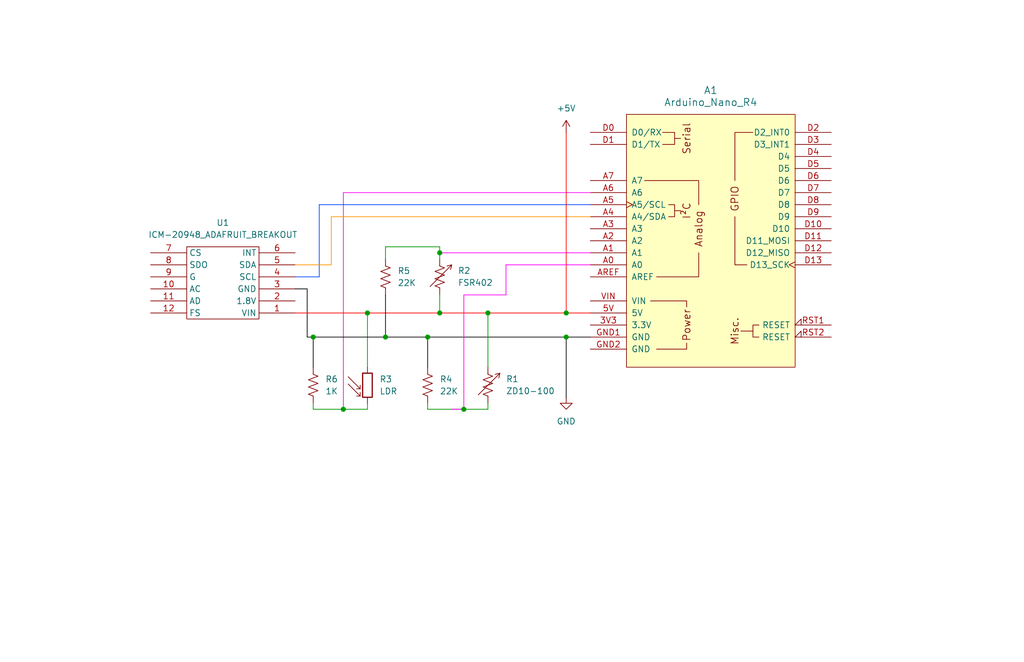
<source format=kicad_sch>
(kicad_sch (version 20250114) (generator "eeschema") (generator_version "9.0")
  (paper "User" 215.9 139.7)
  (title_block (title "SonaSense") (date "2025-12-09") (rev "1") (company "Noella Wang"))
  (lib_symbols
    (symbol "Device:R_US" (pin_numbers (hide yes)) (pin_names (offset 0))
      (property "Reference" "R" (at 2.54 0 90))
      (property "Value" "R_US" (at -2.54 0 90))
      (symbol "R_US_0_1"
        (polyline (pts (xy 0 2.286) (xy 0 2.54)))
        (polyline (pts (xy 0 2.286) (xy 1.016 1.905) (xy 0 1.524) (xy -1.016 1.143) (xy 0 0.762)))
        (polyline (pts (xy 0 0.762) (xy 1.016 0.381) (xy 0 0) (xy -1.016 -0.381) (xy 0 -0.762)))
        (polyline (pts (xy 0 -0.762) (xy 1.016 -1.143) (xy 0 -1.524) (xy -1.016 -1.905) (xy 0 -2.286)))
        (polyline (pts (xy 0 -2.286) (xy 0 -2.54)))
      )
      (symbol "R_US_1_1"
        (pin passive line (at 0 3.81 270) (length 1.27) (name "~") (number "1"))
        (pin passive line (at 0 -3.81 90) (length 1.27) (name "~") (number "2"))
      )
    )
    (symbol "Device:R_Variable_US" (pin_numbers (hide yes)) (pin_names (offset 0))
      (property "Reference" "R" (at 2.54 -2.54 90))
      (property "Value" "R_Variable_US" (at -2.54 -1.27 90))
      (symbol "R_Variable_US_0_1"
        (polyline (pts (xy 0 2.286) (xy 0 2.54)))
        (polyline (pts (xy 0 2.286) (xy 1.016 1.905) (xy 0 1.524) (xy -1.016 1.143) (xy 0 0.762)) (stroke (width 0.1524)))
        (polyline (pts (xy 0 0.762) (xy 1.016 0.381) (xy 0 0) (xy -1.016 -0.381) (xy 0 -0.762)))
        (polyline (pts (xy 0 -0.762) (xy 1.016 -1.143) (xy 0 -1.524) (xy -1.016 -1.905) (xy 0 -2.286)))
        (polyline (pts (xy 0 -2.286) (xy 0 -2.54)))
        (polyline (pts (xy 2.286 1.524) (xy 2.54 2.54) (xy 1.524 2.286) (xy 2.54 2.54) (xy -2.032 -2.032)) (stroke (width 0.1524)))
      )
      (symbol "R_Variable_US_1_1"
        (pin passive line (at 0 3.81 270) (length 1.27) (name "~") (number "1"))
        (pin passive line (at 0 -3.81 90) (length 1.27) (name "~") (number "2"))
      )
    )
    (symbol "PCM_arduino-library:Arduino_Nano_Socket" (pin_names (offset 1.016))
      (property "Reference" "A" (at 0 33.02 0))
      (property "Value" "Arduino_Nano_Socket" (at 0 29.21 0))
      (symbol "Arduino_Nano_Socket_0_0"
        (rectangle (start -17.78 26.67) (end 17.78 -26.67) (fill (type background)))
        (polyline (pts (xy -11.43 -22.86) (xy -5.08 -22.86) (xy -5.08 -21.59)))
        (polyline (pts (xy -10.16 22.86) (xy -7.62 22.86) (xy -7.62 20.32) (xy -10.16 20.32)))
        (polyline (pts (xy -8.89 7.62) (xy -7.62 7.62) (xy -7.62 5.08) (xy -8.89 5.08)))
        (polyline (pts (xy -7.62 21.59) (xy -6.35 21.59)))
        (polyline (pts (xy -7.62 6.35) (xy -6.35 6.35)))
        (polyline (pts (xy -5.08 -13.97) (xy -5.08 -12.7) (xy -12.7 -12.7)))
        (polyline (pts (xy 8.89 -19.05) (xy 6.35 -19.05)))
        (text "Serial" (at -5.08 21.59 900) (effects (font (size 1.524 1.524))))
        (text "I²C" (at -5.08 6.35 900) (effects (font (size 1.524 1.524))))
        (text "Power" (at -5.08 -17.78 900) (effects (font (size 1.524 1.524))))
        (text "Analog" (at -2.54 2.54 900) (effects (font (size 1.524 1.524))))
        (text "Misc." (at 5.08 -19.05 900) (effects (font (size 1.524 1.524))))
      )
      (symbol "Arduino_Nano_Socket_0_1"
        (polyline (pts (xy -13.97 12.7) (xy -2.54 12.7) (xy -2.54 7.62)))
        (polyline (pts (xy -11.43 -7.62) (xy -2.54 -7.62) (xy -2.54 -2.54)))
        (polyline (pts (xy 7.62 -5.08) (xy 5.08 -5.08) (xy 5.08 5.08)))
        (polyline (pts (xy 8.89 22.86) (xy 5.08 22.86) (xy 5.08 12.7)))
        (polyline (pts (xy 10.16 -17.78) (xy 8.89 -17.78) (xy 8.89 -20.32) (xy 10.16 -20.32)))
      )
      (symbol "Arduino_Nano_Socket_1_0"
        (text "GPIO" (at 5.08 8.89 900) (effects (font (size 1.524 1.524))))
      )
      (symbol "Arduino_Nano_Socket_1_1"
        (pin bidirectional line (at -25.4 22.86 0) (length 7.62) (name "D0/RX") (number "D0"))
        (pin bidirectional line (at -25.4 20.32 0) (length 7.62) (name "D1/TX") (number "D1"))
        (pin input line (at -25.4 12.7 0) (length 7.62) (name "A7") (number "A7"))
        (pin input line (at -25.4 10.16 0) (length 7.62) (name "A6") (number "A6"))
        (pin bidirectional clock (at -25.4 7.62 0) (length 7.62) (name "A5/SCL") (number "A5"))
        (pin bidirectional line (at -25.4 5.08 0) (length 7.62) (name "A4/SDA") (number "A4"))
        (pin bidirectional line (at -25.4 2.54 0) (length 7.62) (name "A3") (number "A3"))
        (pin bidirectional line (at -25.4 0 0) (length 7.62) (name "A2") (number "A2"))
        (pin bidirectional line (at -25.4 -2.54 0) (length 7.62) (name "A1") (number "A1"))
        (pin bidirectional line (at -25.4 -5.08 0) (length 7.62) (name "A0") (number "A0"))
        (pin input line (at -25.4 -7.62 0) (length 7.62) (name "AREF") (number "AREF"))
        (pin power_in line (at -25.4 -12.7 0) (length 7.62) (name "VIN") (number "VIN"))
        (pin power_in line (at -25.4 -15.24 0) (length 7.62) (name "5V") (number "5V"))
        (pin power_out line (at -25.4 -17.78 0) (length 7.62) (name "3.3V") (number "3V3"))
        (pin power_in line (at -25.4 -20.32 0) (length 7.62) (name "GND") (number "GND1"))
        (pin power_in line (at -25.4 -22.86 0) (length 7.62) (name "GND") (number "GND2"))
        (pin bidirectional line (at 25.4 22.86 180) (length 7.62) (name "D2_INT0") (number "D2"))
        (pin bidirectional line (at 25.4 20.32 180) (length 7.62) (name "D3_INT1") (number "D3"))
        (pin bidirectional line (at 25.4 17.78 180) (length 7.62) (name "D4") (number "D4"))
        (pin bidirectional line (at 25.4 15.24 180) (length 7.62) (name "D5") (number "D5"))
        (pin bidirectional line (at 25.4 12.7 180) (length 7.62) (name "D6") (number "D6"))
        (pin bidirectional line (at 25.4 10.16 180) (length 7.62) (name "D7") (number "D7"))
        (pin bidirectional line (at 25.4 7.62 180) (length 7.62) (name "D8") (number "D8"))
        (pin bidirectional line (at 25.4 5.08 180) (length 7.62) (name "D9") (number "D9"))
        (pin bidirectional line (at 25.4 2.54 180) (length 7.62) (name "D10") (number "D10"))
        (pin bidirectional line (at 25.4 0 180) (length 7.62) (name "D11_MOSI") (number "D11"))
        (pin bidirectional line (at 25.4 -2.54 180) (length 7.62) (name "D12_MISO") (number "D12"))
        (pin bidirectional clock (at 25.4 -5.08 180) (length 7.62) (name "D13_SCK") (number "D13"))
        (pin open_collector input_low (at 25.4 -17.78 180) (length 7.62) (name "RESET") (number "RST1"))
        (pin open_collector input_low (at 25.4 -20.32 180) (length 7.62) (name "RESET") (number "RST2"))
      )
    )
    (symbol "Sensor_Optical:LDR07" (pin_numbers (hide yes)) (pin_names (offset 0))
      (property "Reference" "R" (at -5.08 0 90))
      (property "Value" "LDR07" (at 1.905 0 90))
      (symbol "LDR07_0_1"
        (polyline (pts (xy -1.524 -0.762) (xy -4.064 1.778)))
        (polyline (pts (xy -1.524 -0.762) (xy -2.286 -0.762)))
        (polyline (pts (xy -1.524 -0.762) (xy -1.524 0)))
        (polyline (pts (xy -1.524 -2.286) (xy -4.064 0.254)))
        (polyline (pts (xy -1.524 -2.286) (xy -2.286 -2.286)))
        (polyline (pts (xy -1.524 -2.286) (xy -1.524 -1.524)))
        (rectangle (start -1.016 2.54) (end 1.016 -2.54) (stroke (width 0.254)))
      )
      (symbol "LDR07_1_1"
        (pin passive line (at 0 3.81 270) (length 1.27) (name "~") (number "1"))
        (pin passive line (at 0 -3.81 90) (length 1.27) (name "~") (number "2"))
      )
    )
    (symbol "SonaSense_Symbols:ICM-20948_Adafruit_Breakout"
      (property "Reference" "U" (at 0 12.7 0))
      (property "Value" "ICM-20948_ADAFRUIT_BREAKOUT" (at 0.254 8.89 0))
      (symbol "ICM-20948_Adafruit_Breakout_0_1"
        (rectangle (start -7.62 5.08) (end 7.62 -10.16))
      )
      (symbol "ICM-20948_Adafruit_Breakout_1_1"
        (pin input line (at -15.24 3.81 0) (length 7.62) (name "VIN") (number "1"))
        (pin input line (at -15.24 1.27 0) (length 7.62) (name "1.8V") (number "2"))
        (pin input line (at -15.24 -1.27 0) (length 7.62) (name "GND") (number "3"))
        (pin input line (at -15.24 -3.81 0) (length 7.62) (name "SCL") (number "4"))
        (pin input line (at -15.24 -6.35 0) (length 7.62) (name "SDA") (number "5"))
        (pin input line (at -15.24 -8.89 0) (length 7.62) (name "INT") (number "6"))
        (pin input line (at 15.24 3.81 180) (length 7.62) (name "FS") (number "12"))
        (pin input line (at 15.24 1.27 180) (length 7.62) (name "AD") (number "11"))
        (pin input line (at 15.24 -1.27 180) (length 7.62) (name "AC") (number "10"))
        (pin input line (at 15.24 -3.81 180) (length 7.62) (name "G") (number "9"))
        (pin input line (at 15.24 -6.35 180) (length 7.62) (name "SDO") (number "8"))
        (pin input line (at 15.24 -8.89 180) (length 7.62) (name "CS") (number "7"))
      )
    )
    (symbol "power:+5V" (power) (pin_numbers (hide yes)) (pin_names (offset 0) (hide yes))
      (property "Value" "+5V" (at 0 3.556 0))
      (symbol "+5V_0_1"
        (polyline (pts (xy -0.762 1.27) (xy 0 2.54)))
        (polyline (pts (xy 0 2.54) (xy 0.762 1.27)))
        (polyline (pts (xy 0 0) (xy 0 2.54)))
      )
      (symbol "+5V_1_1"
        (pin power_in line (at 0 0 90) (length 0) (name "~") (number "1"))
      )
    )
    (symbol "power:GND" (power) (pin_numbers (hide yes)) (pin_names (offset 0) (hide yes))
      (property "Value" "GND" (at 0 -3.81 0))
      (symbol "GND_0_1"
        (polyline (pts (xy 0 0) (xy 0 -1.27) (xy 1.27 -1.27) (xy 0 -2.54) (xy -1.27 -1.27) (xy 0 -1.27)))
      )
      (symbol "GND_1_1"
        (pin power_in line (at 0 0 270) (length 0) (name "~") (number "1"))
      )
    )
  )
  (junction (at 119.38 66.04))
  (junction (at 72.39 86.36))
  (junction (at 81.28 71.12))
  (junction (at 102.87 66.04))
  (junction (at 77.47 66.04))
  (junction (at 92.71 66.04))
  (junction (at 97.79 86.36))
  (junction (at 66.04 71.12))
  (junction (at 90.17 71.12))
  (junction (at 119.38 71.12))
  (junction (at 92.71 53.34))
  (wire (pts (xy 81.28 62.23) (xy 81.28 71.12)) (stroke (width 0) (color 0 0 0 1)))
  (wire (pts (xy 66.04 71.12) (xy 66.04 77.47)) (stroke (width 0) (color 0 0 0 1)))
  (wire (pts (xy 64.77 71.12) (xy 64.77 60.96)) (stroke (width 0) (color 0 0 0 1)))
  (wire (pts (xy 81.28 71.12) (xy 90.17 71.12)) (stroke (width 0) (color 0 0 0 1)))
  (wire (pts (xy 92.71 54.61) (xy 92.71 53.34)))
  (wire (pts (xy 67.31 43.18) (xy 67.31 58.42)) (stroke (width 0) (color 0 65 255 1)))
  (wire (pts (xy 77.47 66.04) (xy 92.71 66.04)) (stroke (width 0) (color 255 0 0 1)))
  (wire (pts (xy 90.17 71.12) (xy 90.17 77.47)) (stroke (width 0) (color 0 0 0 1)))
  (wire (pts (xy 69.85 45.72) (xy 69.85 55.88)) (stroke (width 0) (color 255 149 0 1)))
  (wire (pts (xy 92.71 53.34) (xy 92.71 52.07)))
  (wire (pts (xy 66.04 86.36) (xy 66.04 85.09)))
  (wire (pts (xy 69.85 45.72) (xy 124.46 45.72)) (stroke (width 0) (color 255 149 0 1)))
  (wire (pts (xy 64.77 71.12) (xy 66.04 71.12)) (stroke (width 0) (color 0 0 0 1)))
  (wire (pts (xy 119.38 71.12) (xy 124.46 71.12)) (stroke (width 0) (color 0 0 0 1)))
  (wire (pts (xy 106.68 62.23) (xy 106.68 55.88)) (stroke (width 0) (color 255 0 249 1)))
  (wire (pts (xy 67.31 43.18) (xy 124.46 43.18)) (stroke (width 0) (color 0 65 255 1)))
  (wire (pts (xy 119.38 27.94) (xy 119.38 66.04)) (stroke (width 0) (color 255 0 0 1)))
  (wire (pts (xy 62.23 66.04) (xy 77.47 66.04)) (stroke (width 0) (color 255 0 0 1)))
  (wire (pts (xy 106.68 55.88) (xy 124.46 55.88)) (stroke (width 0) (color 255 0 249 1)))
  (wire (pts (xy 102.87 86.36) (xy 102.87 85.09)))
  (wire (pts (xy 95.25 86.36) (xy 97.79 86.36)) (stroke (width 0) (color 255 0 249 1)))
  (wire (pts (xy 90.17 71.12) (xy 119.38 71.12)) (stroke (width 0) (color 0 0 0 1)))
  (wire (pts (xy 72.39 40.64) (xy 72.39 86.36)) (stroke (width 0) (color 255 0 249 1)))
  (wire (pts (xy 97.79 86.36) (xy 102.87 86.36)))
  (wire (pts (xy 81.28 52.07) (xy 81.28 54.61)))
  (wire (pts (xy 92.71 52.07) (xy 81.28 52.07)))
  (wire (pts (xy 97.79 62.23) (xy 97.79 86.36)) (stroke (width 0) (color 255 0 249 1)))
  (wire (pts (xy 119.38 71.12) (xy 119.38 83.82)) (stroke (width 0) (color 0 0 0 1)))
  (wire (pts (xy 90.17 86.36) (xy 97.79 86.36)))
  (wire (pts (xy 64.77 60.96) (xy 62.23 60.96)) (stroke (width 0) (color 0 0 0 1)))
  (wire (pts (xy 69.85 55.88) (xy 62.23 55.88)) (stroke (width 0) (color 255 149 0 1)))
  (wire (pts (xy 72.39 86.36) (xy 66.04 86.36)))
  (wire (pts (xy 77.47 66.04) (xy 77.47 77.47)))
  (wire (pts (xy 77.47 85.09) (xy 77.47 86.36)))
  (wire (pts (xy 92.71 66.04) (xy 102.87 66.04)) (stroke (width 0) (color 255 0 0 1)))
  (wire (pts (xy 102.87 66.04) (xy 119.38 66.04)) (stroke (width 0) (color 255 0 0 1)))
  (wire (pts (xy 106.68 62.23) (xy 97.79 62.23)) (stroke (width 0) (color 255 0 249 1)))
  (wire (pts (xy 90.17 85.09) (xy 90.17 86.36)))
  (wire (pts (xy 124.46 40.64) (xy 72.39 40.64)) (stroke (width 0) (color 255 0 249 1)))
  (wire (pts (xy 67.31 58.42) (xy 62.23 58.42)) (stroke (width 0) (color 0 65 255 1)))
  (wire (pts (xy 102.87 66.04) (xy 102.87 77.47)))
  (wire (pts (xy 92.71 53.34) (xy 124.46 53.34)) (stroke (width 0) (color 255 0 249 1)))
  (wire (pts (xy 66.04 71.12) (xy 81.28 71.12)) (stroke (width 0) (color 0 0 0 1)))
  (wire (pts (xy 77.47 86.36) (xy 72.39 86.36)))
  (wire (pts (xy 92.71 62.23) (xy 92.71 66.04)))
  (wire (pts (xy 124.46 66.04) (xy 119.38 66.04)) (stroke (width 0) (color 255 0 0 1)))
  (symbol (lib_id "PCM_arduino-library:Arduino_Nano_Socket") (at 149.86 50.8 0) (unit 1)
    (property "Reference" "A1" (at 149.86 19.05 0) (effects (font (size 1.524 1.524))))
    (property "Value" "Arduino_Nano_R4" (at 149.86 21.59 0) (effects (font (size 1.524 1.524))))
    (property "Footprint" "PCM_arduino-library:Arduino_Nano_Socket" (effects (hide yes)))
    (property "Datasheet" "https://docs.arduino.cc/hardware/nano" (effects (hide yes)))
    (property "Description" "Socket for Arduino Nano" (effects (hide yes)))
  )
  (symbol (lib_id "Device:R_US") (at 90.17 81.28 180) (unit 1)
    (property "Reference" "R4" (at 92.71 80.0099 0) (effects (justify right)))
    (property "Value" "22K" (at 92.71 82.5499 0) (effects (justify right)))
    (property "Description" "Resistor, US symbol" (effects (hide yes)))
  )
  (symbol (lib_id "Device:R_US") (at 81.28 58.42 0) (unit 1)
    (property "Reference" "R5" (at 83.82 57.1499 0) (effects (justify left)))
    (property "Value" "22K" (at 83.82 59.6899 0) (effects (justify left)))
    (property "Description" "Resistor, US symbol" (effects (hide yes)))
  )
  (symbol (lib_id "Sensor_Optical:LDR07") (at 77.47 81.28 0) (unit 1)
    (property "Reference" "R3" (at 80.01 80.0099 0) (effects (justify left)))
    (property "Value" "LDR" (at 80.01 82.5499 0) (effects (justify left)))
    (property "Footprint" "OptoDevice:R_LDR_5.1x4.3mm_P3.4mm_Vertical" (effects (hide yes)))
    (property "Datasheet" "http://www.tme.eu/de/Document/f2e3ad76a925811312d226c31da4cd7e/LDR07.pdf" (effects (hide yes)))
    (property "Description" "light dependent resistor" (effects (hide yes)))
  )
  (symbol (lib_id "Device:R_Variable_US") (at 102.87 81.28 0) (unit 1)
    (property "Reference" "R1" (at 106.68 79.9718 0) (effects (justify left)))
    (property "Value" "ZD10-100" (at 106.68 82.5118 0) (effects (justify left)))
    (property "Description" "Variable resistor, US symbol" (effects (hide yes)))
  )
  (symbol (lib_id "power:+5V") (at 119.38 27.94 0) (unit 1)
    (property "Reference" "#PWR01" (effects (hide yes)))
    (property "Value" "+5V" (at 119.38 22.86 0))
    (property "Description" "Power symbol creates a global label with name \"+5V\"" (effects (hide yes)))
  )
  (symbol (lib_id "Device:R_Variable_US") (at 92.71 58.42 0) (unit 1)
    (property "Reference" "R2" (at 96.52 57.1118 0) (effects (justify left)))
    (property "Value" "FSR402" (at 96.52 59.6518 0) (effects (justify left)))
    (property "Description" "Variable resistor, US symbol" (effects (hide yes)))
  )
  (symbol (lib_id "SonaSense_Symbols:ICM-20948_Adafruit_Breakout") (at 46.99 62.23 180) (unit 1)
    (property "Reference" "U1" (at 46.99 46.99 0))
    (property "Value" "ICM-20948_ADAFRUIT_BREAKOUT" (at 46.99 49.53 0))
  )
  (symbol (lib_id "power:GND") (at 119.38 83.82 0) (unit 1)
    (property "Reference" "#PWR02" (effects (hide yes)))
    (property "Value" "GND" (at 119.38 88.9 0))
    (property "Description" "Power symbol creates a global label with name \"GND\" , ground" (effects (hide yes)))
  )
  (symbol (lib_id "Device:R_US") (at 66.04 81.28 0) (unit 1)
    (property "Reference" "R6" (at 68.58 80.0099 0) (effects (justify left)))
    (property "Value" "1K" (at 68.58 82.5499 0) (effects (justify left)))
    (property "Description" "Resistor, US symbol" (effects (hide yes)))
  )
)
</source>
